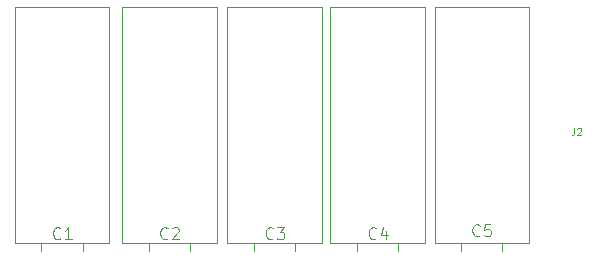
<source format=gto>
G04 #@! TF.GenerationSoftware,KiCad,Pcbnew,8.0.0-rc1*
G04 #@! TF.CreationDate,2025-04-08T13:29:49+03:00*
G04 #@! TF.ProjectId,ST_Board_V1.0,53545f42-6f61-4726-945f-56312e302e6b,rev?*
G04 #@! TF.SameCoordinates,Original*
G04 #@! TF.FileFunction,Legend,Top*
G04 #@! TF.FilePolarity,Positive*
%FSLAX46Y46*%
G04 Gerber Fmt 4.6, Leading zero omitted, Abs format (unit mm)*
G04 Created by KiCad (PCBNEW 8.0.0-rc1) date 2025-04-08 13:29:49*
%MOMM*%
%LPD*%
G01*
G04 APERTURE LIST*
G04 Aperture macros list*
%AMRoundRect*
0 Rectangle with rounded corners*
0 $1 Rounding radius*
0 $2 $3 $4 $5 $6 $7 $8 $9 X,Y pos of 4 corners*
0 Add a 4 corners polygon primitive as box body*
4,1,4,$2,$3,$4,$5,$6,$7,$8,$9,$2,$3,0*
0 Add four circle primitives for the rounded corners*
1,1,$1+$1,$2,$3*
1,1,$1+$1,$4,$5*
1,1,$1+$1,$6,$7*
1,1,$1+$1,$8,$9*
0 Add four rect primitives between the rounded corners*
20,1,$1+$1,$2,$3,$4,$5,0*
20,1,$1+$1,$4,$5,$6,$7,0*
20,1,$1+$1,$6,$7,$8,$9,0*
20,1,$1+$1,$8,$9,$2,$3,0*%
G04 Aperture macros list end*
%ADD10C,0.100000*%
%ADD11C,0.070000*%
%ADD12C,1.524000*%
%ADD13C,0.900000*%
%ADD14C,6.200000*%
%ADD15O,1.750000X1.200000*%
%ADD16RoundRect,0.250000X-0.625000X0.350000X-0.625000X-0.350000X0.625000X-0.350000X0.625000X0.350000X0*%
G04 APERTURE END LIST*
D10*
X155223333Y-99088180D02*
X155175714Y-99135800D01*
X155175714Y-99135800D02*
X155032857Y-99183419D01*
X155032857Y-99183419D02*
X154937619Y-99183419D01*
X154937619Y-99183419D02*
X154794762Y-99135800D01*
X154794762Y-99135800D02*
X154699524Y-99040561D01*
X154699524Y-99040561D02*
X154651905Y-98945323D01*
X154651905Y-98945323D02*
X154604286Y-98754847D01*
X154604286Y-98754847D02*
X154604286Y-98611990D01*
X154604286Y-98611990D02*
X154651905Y-98421514D01*
X154651905Y-98421514D02*
X154699524Y-98326276D01*
X154699524Y-98326276D02*
X154794762Y-98231038D01*
X154794762Y-98231038D02*
X154937619Y-98183419D01*
X154937619Y-98183419D02*
X155032857Y-98183419D01*
X155032857Y-98183419D02*
X155175714Y-98231038D01*
X155175714Y-98231038D02*
X155223333Y-98278657D01*
X156080476Y-98516752D02*
X156080476Y-99183419D01*
X155842381Y-98135800D02*
X155604286Y-98850085D01*
X155604286Y-98850085D02*
X156223333Y-98850085D01*
D11*
X172009999Y-89770931D02*
X172009999Y-90199502D01*
X172009999Y-90199502D02*
X171981428Y-90285217D01*
X171981428Y-90285217D02*
X171924285Y-90342360D01*
X171924285Y-90342360D02*
X171838571Y-90370931D01*
X171838571Y-90370931D02*
X171781428Y-90370931D01*
X172267142Y-89828074D02*
X172295714Y-89799502D01*
X172295714Y-89799502D02*
X172352857Y-89770931D01*
X172352857Y-89770931D02*
X172495714Y-89770931D01*
X172495714Y-89770931D02*
X172552857Y-89799502D01*
X172552857Y-89799502D02*
X172581428Y-89828074D01*
X172581428Y-89828074D02*
X172609999Y-89885217D01*
X172609999Y-89885217D02*
X172609999Y-89942360D01*
X172609999Y-89942360D02*
X172581428Y-90028074D01*
X172581428Y-90028074D02*
X172238571Y-90370931D01*
X172238571Y-90370931D02*
X172609999Y-90370931D01*
D10*
X164003333Y-98848180D02*
X163955714Y-98895800D01*
X163955714Y-98895800D02*
X163812857Y-98943419D01*
X163812857Y-98943419D02*
X163717619Y-98943419D01*
X163717619Y-98943419D02*
X163574762Y-98895800D01*
X163574762Y-98895800D02*
X163479524Y-98800561D01*
X163479524Y-98800561D02*
X163431905Y-98705323D01*
X163431905Y-98705323D02*
X163384286Y-98514847D01*
X163384286Y-98514847D02*
X163384286Y-98371990D01*
X163384286Y-98371990D02*
X163431905Y-98181514D01*
X163431905Y-98181514D02*
X163479524Y-98086276D01*
X163479524Y-98086276D02*
X163574762Y-97991038D01*
X163574762Y-97991038D02*
X163717619Y-97943419D01*
X163717619Y-97943419D02*
X163812857Y-97943419D01*
X163812857Y-97943419D02*
X163955714Y-97991038D01*
X163955714Y-97991038D02*
X164003333Y-98038657D01*
X164908095Y-97943419D02*
X164431905Y-97943419D01*
X164431905Y-97943419D02*
X164384286Y-98419609D01*
X164384286Y-98419609D02*
X164431905Y-98371990D01*
X164431905Y-98371990D02*
X164527143Y-98324371D01*
X164527143Y-98324371D02*
X164765238Y-98324371D01*
X164765238Y-98324371D02*
X164860476Y-98371990D01*
X164860476Y-98371990D02*
X164908095Y-98419609D01*
X164908095Y-98419609D02*
X164955714Y-98514847D01*
X164955714Y-98514847D02*
X164955714Y-98752942D01*
X164955714Y-98752942D02*
X164908095Y-98848180D01*
X164908095Y-98848180D02*
X164860476Y-98895800D01*
X164860476Y-98895800D02*
X164765238Y-98943419D01*
X164765238Y-98943419D02*
X164527143Y-98943419D01*
X164527143Y-98943419D02*
X164431905Y-98895800D01*
X164431905Y-98895800D02*
X164384286Y-98848180D01*
X137583333Y-99088180D02*
X137535714Y-99135800D01*
X137535714Y-99135800D02*
X137392857Y-99183419D01*
X137392857Y-99183419D02*
X137297619Y-99183419D01*
X137297619Y-99183419D02*
X137154762Y-99135800D01*
X137154762Y-99135800D02*
X137059524Y-99040561D01*
X137059524Y-99040561D02*
X137011905Y-98945323D01*
X137011905Y-98945323D02*
X136964286Y-98754847D01*
X136964286Y-98754847D02*
X136964286Y-98611990D01*
X136964286Y-98611990D02*
X137011905Y-98421514D01*
X137011905Y-98421514D02*
X137059524Y-98326276D01*
X137059524Y-98326276D02*
X137154762Y-98231038D01*
X137154762Y-98231038D02*
X137297619Y-98183419D01*
X137297619Y-98183419D02*
X137392857Y-98183419D01*
X137392857Y-98183419D02*
X137535714Y-98231038D01*
X137535714Y-98231038D02*
X137583333Y-98278657D01*
X137964286Y-98278657D02*
X138011905Y-98231038D01*
X138011905Y-98231038D02*
X138107143Y-98183419D01*
X138107143Y-98183419D02*
X138345238Y-98183419D01*
X138345238Y-98183419D02*
X138440476Y-98231038D01*
X138440476Y-98231038D02*
X138488095Y-98278657D01*
X138488095Y-98278657D02*
X138535714Y-98373895D01*
X138535714Y-98373895D02*
X138535714Y-98469133D01*
X138535714Y-98469133D02*
X138488095Y-98611990D01*
X138488095Y-98611990D02*
X137916667Y-99183419D01*
X137916667Y-99183419D02*
X138535714Y-99183419D01*
X146493333Y-99088180D02*
X146445714Y-99135800D01*
X146445714Y-99135800D02*
X146302857Y-99183419D01*
X146302857Y-99183419D02*
X146207619Y-99183419D01*
X146207619Y-99183419D02*
X146064762Y-99135800D01*
X146064762Y-99135800D02*
X145969524Y-99040561D01*
X145969524Y-99040561D02*
X145921905Y-98945323D01*
X145921905Y-98945323D02*
X145874286Y-98754847D01*
X145874286Y-98754847D02*
X145874286Y-98611990D01*
X145874286Y-98611990D02*
X145921905Y-98421514D01*
X145921905Y-98421514D02*
X145969524Y-98326276D01*
X145969524Y-98326276D02*
X146064762Y-98231038D01*
X146064762Y-98231038D02*
X146207619Y-98183419D01*
X146207619Y-98183419D02*
X146302857Y-98183419D01*
X146302857Y-98183419D02*
X146445714Y-98231038D01*
X146445714Y-98231038D02*
X146493333Y-98278657D01*
X146826667Y-98183419D02*
X147445714Y-98183419D01*
X147445714Y-98183419D02*
X147112381Y-98564371D01*
X147112381Y-98564371D02*
X147255238Y-98564371D01*
X147255238Y-98564371D02*
X147350476Y-98611990D01*
X147350476Y-98611990D02*
X147398095Y-98659609D01*
X147398095Y-98659609D02*
X147445714Y-98754847D01*
X147445714Y-98754847D02*
X147445714Y-98992942D01*
X147445714Y-98992942D02*
X147398095Y-99088180D01*
X147398095Y-99088180D02*
X147350476Y-99135800D01*
X147350476Y-99135800D02*
X147255238Y-99183419D01*
X147255238Y-99183419D02*
X146969524Y-99183419D01*
X146969524Y-99183419D02*
X146874286Y-99135800D01*
X146874286Y-99135800D02*
X146826667Y-99088180D01*
X128503333Y-99088180D02*
X128455714Y-99135800D01*
X128455714Y-99135800D02*
X128312857Y-99183419D01*
X128312857Y-99183419D02*
X128217619Y-99183419D01*
X128217619Y-99183419D02*
X128074762Y-99135800D01*
X128074762Y-99135800D02*
X127979524Y-99040561D01*
X127979524Y-99040561D02*
X127931905Y-98945323D01*
X127931905Y-98945323D02*
X127884286Y-98754847D01*
X127884286Y-98754847D02*
X127884286Y-98611990D01*
X127884286Y-98611990D02*
X127931905Y-98421514D01*
X127931905Y-98421514D02*
X127979524Y-98326276D01*
X127979524Y-98326276D02*
X128074762Y-98231038D01*
X128074762Y-98231038D02*
X128217619Y-98183419D01*
X128217619Y-98183419D02*
X128312857Y-98183419D01*
X128312857Y-98183419D02*
X128455714Y-98231038D01*
X128455714Y-98231038D02*
X128503333Y-98278657D01*
X129455714Y-99183419D02*
X128884286Y-99183419D01*
X129170000Y-99183419D02*
X129170000Y-98183419D01*
X129170000Y-98183419D02*
X129074762Y-98326276D01*
X129074762Y-98326276D02*
X128979524Y-98421514D01*
X128979524Y-98421514D02*
X128884286Y-98469133D01*
X153610000Y-101040000D02*
X153610000Y-99540000D01*
X157110000Y-101040000D02*
X157110000Y-99540000D01*
X151360000Y-79540000D02*
X159360000Y-79540000D01*
X159360000Y-99540000D01*
X151360000Y-99540000D01*
X151360000Y-79540000D01*
X162430000Y-101040000D02*
X162430000Y-99540000D01*
X165930000Y-101040000D02*
X165930000Y-99540000D01*
X160180000Y-79540000D02*
X168180000Y-79540000D01*
X168180000Y-99540000D01*
X160180000Y-99540000D01*
X160180000Y-79540000D01*
X135970000Y-101040000D02*
X135970000Y-99540000D01*
X139470000Y-101040000D02*
X139470000Y-99540000D01*
X133720000Y-79540000D02*
X141720000Y-79540000D01*
X141720000Y-99540000D01*
X133720000Y-99540000D01*
X133720000Y-79540000D01*
X144880000Y-101040000D02*
X144880000Y-99540000D01*
X148380000Y-101040000D02*
X148380000Y-99540000D01*
X142630000Y-79540000D02*
X150630000Y-79540000D01*
X150630000Y-99540000D01*
X142630000Y-99540000D01*
X142630000Y-79540000D01*
X126890000Y-101040000D02*
X126890000Y-99540000D01*
X130390000Y-101040000D02*
X130390000Y-99540000D01*
X124640000Y-79540000D02*
X132640000Y-79540000D01*
X132640000Y-99540000D01*
X124640000Y-99540000D01*
X124640000Y-79540000D01*
%LPC*%
D12*
X153610000Y-101040000D03*
X157110000Y-101040000D03*
D13*
X174827580Y-86212000D03*
X174077580Y-88062000D03*
X174077580Y-84362000D03*
X172227580Y-88812000D03*
D14*
X172227580Y-86212000D03*
D13*
X172227580Y-83612000D03*
X170377580Y-88062000D03*
X170377580Y-84362000D03*
X169627580Y-86212000D03*
D12*
X162430000Y-101040000D03*
X165930000Y-101040000D03*
X135970000Y-101040000D03*
X139470000Y-101040000D03*
X144880000Y-101040000D03*
X148380000Y-101040000D03*
X126890000Y-101040000D03*
X130390000Y-101040000D03*
D15*
X122150000Y-93457000D03*
D16*
X122150000Y-91457000D03*
%LPD*%
M02*

</source>
